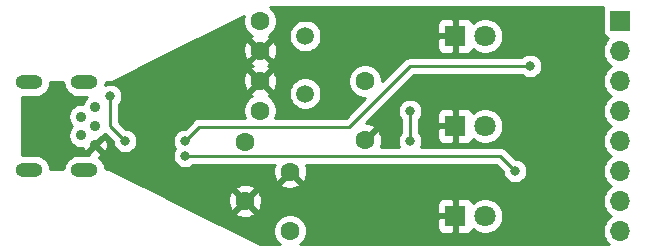
<source format=gbr>
%TF.GenerationSoftware,KiCad,Pcbnew,(5.1.7)-1*%
%TF.CreationDate,2020-12-05T19:57:28+01:00*%
%TF.ProjectId,WiFi-RC-Switch-Programmer,57694669-2d52-4432-9d53-77697463682d,rev?*%
%TF.SameCoordinates,Original*%
%TF.FileFunction,Copper,L2,Bot*%
%TF.FilePolarity,Positive*%
%FSLAX46Y46*%
G04 Gerber Fmt 4.6, Leading zero omitted, Abs format (unit mm)*
G04 Created by KiCad (PCBNEW (5.1.7)-1) date 2020-12-05 19:57:28*
%MOMM*%
%LPD*%
G01*
G04 APERTURE LIST*
%TA.AperFunction,ComponentPad*%
%ADD10C,1.600000*%
%TD*%
%TA.AperFunction,ComponentPad*%
%ADD11R,1.800000X1.800000*%
%TD*%
%TA.AperFunction,ComponentPad*%
%ADD12C,1.800000*%
%TD*%
%TA.AperFunction,ComponentPad*%
%ADD13C,0.900000*%
%TD*%
%TA.AperFunction,ComponentPad*%
%ADD14O,2.300000X1.200000*%
%TD*%
%TA.AperFunction,ComponentPad*%
%ADD15R,1.700000X1.700000*%
%TD*%
%TA.AperFunction,ComponentPad*%
%ADD16O,1.700000X1.700000*%
%TD*%
%TA.AperFunction,ComponentPad*%
%ADD17C,1.500000*%
%TD*%
%TA.AperFunction,ViaPad*%
%ADD18C,0.800000*%
%TD*%
%TA.AperFunction,Conductor*%
%ADD19C,0.250000*%
%TD*%
%TA.AperFunction,Conductor*%
%ADD20C,0.254000*%
%TD*%
%TA.AperFunction,Conductor*%
%ADD21C,0.100000*%
%TD*%
G04 APERTURE END LIST*
D10*
%TO.P,C1,2*%
%TO.N,GND*%
X133350000Y-105490000D03*
%TO.P,C1,1*%
%TO.N,VBUS*%
X133350000Y-110490000D03*
%TD*%
%TO.P,C2,1*%
%TO.N,+3V3*%
X139700000Y-97790000D03*
%TO.P,C2,2*%
%TO.N,GND*%
X139700000Y-102790000D03*
%TD*%
%TO.P,C3,2*%
%TO.N,GND*%
X130810000Y-97790000D03*
%TO.P,C3,1*%
%TO.N,Net-(C3-Pad1)*%
X130810000Y-100290000D03*
%TD*%
%TO.P,C4,1*%
%TO.N,Net-(C4-Pad1)*%
X130810000Y-92710000D03*
%TO.P,C4,2*%
%TO.N,GND*%
X130810000Y-95210000D03*
%TD*%
%TO.P,C5,1*%
%TO.N,Net-(C5-Pad1)*%
X129540000Y-102950000D03*
%TO.P,C5,2*%
%TO.N,GND*%
X129540000Y-107950000D03*
%TD*%
D11*
%TO.P,D1,1*%
%TO.N,GND*%
X147320000Y-93980000D03*
D12*
%TO.P,D1,2*%
%TO.N,Net-(D1-Pad2)*%
X149860000Y-93980000D03*
%TD*%
%TO.P,D2,2*%
%TO.N,Net-(D2-Pad2)*%
X149860000Y-101600000D03*
D11*
%TO.P,D2,1*%
%TO.N,GND*%
X147320000Y-101600000D03*
%TD*%
%TO.P,D3,1*%
%TO.N,GND*%
X147320000Y-109220000D03*
D12*
%TO.P,D3,2*%
%TO.N,Net-(D3-Pad2)*%
X149860000Y-109220000D03*
%TD*%
D13*
%TO.P,J1,3*%
%TO.N,D+*%
X116840000Y-101600000D03*
%TO.P,J1,1*%
%TO.N,VBUS*%
X116840000Y-100000000D03*
%TO.P,J1,2*%
%TO.N,D-*%
X115640000Y-100800000D03*
%TO.P,J1,4*%
%TO.N,Net-(J1-Pad4)*%
X115640000Y-102400000D03*
%TO.P,J1,5*%
%TO.N,GND*%
X116840000Y-103200000D03*
D14*
%TO.P,J1,6*%
%TO.N,Net-(J1-Pad6)*%
X115940000Y-105300000D03*
X115940000Y-97900000D03*
X111240000Y-97900000D03*
X111240000Y-105300000D03*
%TD*%
D15*
%TO.P,J2,1*%
%TO.N,Net-(J2-Pad1)*%
X161290000Y-92710000D03*
D16*
%TO.P,J2,2*%
%TO.N,Net-(J2-Pad2)*%
X161290000Y-95250000D03*
%TO.P,J2,3*%
%TO.N,Net-(J2-Pad3)*%
X161290000Y-97790000D03*
%TO.P,J2,4*%
%TO.N,Net-(J2-Pad4)*%
X161290000Y-100330000D03*
%TO.P,J2,5*%
%TO.N,Net-(J2-Pad5)*%
X161290000Y-102870000D03*
%TO.P,J2,6*%
%TO.N,Net-(J2-Pad6)*%
X161290000Y-105410000D03*
%TO.P,J2,7*%
%TO.N,Net-(J2-Pad7)*%
X161290000Y-107950000D03*
%TO.P,J2,8*%
%TO.N,Net-(J2-Pad8)*%
X161290000Y-110490000D03*
%TD*%
D17*
%TO.P,Y1,1*%
%TO.N,Net-(C4-Pad1)*%
X134620000Y-93980000D03*
%TO.P,Y1,2*%
%TO.N,Net-(C3-Pad1)*%
X134620000Y-98860000D03*
%TD*%
D18*
%TO.N,RTS*%
X153670000Y-96520000D03*
%TO.N,DTR*%
X152400000Y-105410000D03*
%TO.N,RTS*%
X124460000Y-102870000D03*
%TO.N,DTR*%
X124460000Y-104140000D03*
%TO.N,+3V3*%
X143510000Y-100330000D03*
X143510000Y-102870000D03*
%TO.N,VBUS*%
X118110000Y-99060000D03*
X119380000Y-102870000D03*
%TD*%
D19*
%TO.N,VBUS*%
X118110000Y-101600000D02*
X119380000Y-102870000D01*
X118110000Y-99060000D02*
X118110000Y-101600000D01*
%TO.N,+3V3*%
X143510000Y-100330000D02*
X143510000Y-102870000D01*
%TO.N,DTR*%
X151130000Y-104140000D02*
X152400000Y-105410000D01*
X124460000Y-104140000D02*
X151130000Y-104140000D01*
%TO.N,RTS*%
X125665001Y-101664999D02*
X138365001Y-101664999D01*
X124460000Y-102870000D02*
X125665001Y-101664999D01*
X143510000Y-96520000D02*
X153670000Y-96520000D01*
X138365001Y-101664999D02*
X143510000Y-96520000D01*
%TD*%
D20*
%TO.N,GND*%
X159850498Y-91615820D02*
X159814188Y-91735518D01*
X159801928Y-91860000D01*
X159801928Y-93560000D01*
X159814188Y-93684482D01*
X159850498Y-93804180D01*
X159909463Y-93914494D01*
X159988815Y-94011185D01*
X160085506Y-94090537D01*
X160195820Y-94149502D01*
X160268380Y-94171513D01*
X160136525Y-94303368D01*
X159974010Y-94546589D01*
X159862068Y-94816842D01*
X159805000Y-95103740D01*
X159805000Y-95396260D01*
X159862068Y-95683158D01*
X159974010Y-95953411D01*
X160136525Y-96196632D01*
X160343368Y-96403475D01*
X160517760Y-96520000D01*
X160343368Y-96636525D01*
X160136525Y-96843368D01*
X159974010Y-97086589D01*
X159862068Y-97356842D01*
X159805000Y-97643740D01*
X159805000Y-97936260D01*
X159862068Y-98223158D01*
X159974010Y-98493411D01*
X160136525Y-98736632D01*
X160343368Y-98943475D01*
X160517760Y-99060000D01*
X160343368Y-99176525D01*
X160136525Y-99383368D01*
X159974010Y-99626589D01*
X159862068Y-99896842D01*
X159805000Y-100183740D01*
X159805000Y-100476260D01*
X159862068Y-100763158D01*
X159974010Y-101033411D01*
X160136525Y-101276632D01*
X160343368Y-101483475D01*
X160517760Y-101600000D01*
X160343368Y-101716525D01*
X160136525Y-101923368D01*
X159974010Y-102166589D01*
X159862068Y-102436842D01*
X159805000Y-102723740D01*
X159805000Y-103016260D01*
X159862068Y-103303158D01*
X159974010Y-103573411D01*
X160136525Y-103816632D01*
X160343368Y-104023475D01*
X160517760Y-104140000D01*
X160343368Y-104256525D01*
X160136525Y-104463368D01*
X159974010Y-104706589D01*
X159862068Y-104976842D01*
X159805000Y-105263740D01*
X159805000Y-105556260D01*
X159862068Y-105843158D01*
X159974010Y-106113411D01*
X160136525Y-106356632D01*
X160343368Y-106563475D01*
X160517760Y-106680000D01*
X160343368Y-106796525D01*
X160136525Y-107003368D01*
X159974010Y-107246589D01*
X159862068Y-107516842D01*
X159805000Y-107803740D01*
X159805000Y-108096260D01*
X159862068Y-108383158D01*
X159974010Y-108653411D01*
X160136525Y-108896632D01*
X160343368Y-109103475D01*
X160517760Y-109220000D01*
X160343368Y-109336525D01*
X160136525Y-109543368D01*
X159974010Y-109786589D01*
X159862068Y-110056842D01*
X159805000Y-110343740D01*
X159805000Y-110636260D01*
X159862068Y-110923158D01*
X159974010Y-111193411D01*
X160136525Y-111436632D01*
X160332893Y-111633000D01*
X134222311Y-111633000D01*
X134264759Y-111604637D01*
X134464637Y-111404759D01*
X134621680Y-111169727D01*
X134729853Y-110908574D01*
X134785000Y-110631335D01*
X134785000Y-110348665D01*
X134739516Y-110120000D01*
X145781928Y-110120000D01*
X145794188Y-110244482D01*
X145830498Y-110364180D01*
X145889463Y-110474494D01*
X145968815Y-110571185D01*
X146065506Y-110650537D01*
X146175820Y-110709502D01*
X146295518Y-110745812D01*
X146420000Y-110758072D01*
X147034250Y-110755000D01*
X147193000Y-110596250D01*
X147193000Y-109347000D01*
X145943750Y-109347000D01*
X145785000Y-109505750D01*
X145781928Y-110120000D01*
X134739516Y-110120000D01*
X134729853Y-110071426D01*
X134621680Y-109810273D01*
X134464637Y-109575241D01*
X134264759Y-109375363D01*
X134029727Y-109218320D01*
X133768574Y-109110147D01*
X133491335Y-109055000D01*
X133208665Y-109055000D01*
X132931426Y-109110147D01*
X132670273Y-109218320D01*
X132435241Y-109375363D01*
X132235363Y-109575241D01*
X132078320Y-109810273D01*
X131970147Y-110071426D01*
X131915000Y-110348665D01*
X131915000Y-110631335D01*
X131970147Y-110908574D01*
X132078320Y-111169727D01*
X132235363Y-111404759D01*
X132435241Y-111604637D01*
X132477689Y-111633000D01*
X130839980Y-111633000D01*
X125459384Y-108942702D01*
X128726903Y-108942702D01*
X128798486Y-109186671D01*
X129053996Y-109307571D01*
X129328184Y-109376300D01*
X129610512Y-109390217D01*
X129890130Y-109348787D01*
X130156292Y-109253603D01*
X130281514Y-109186671D01*
X130353097Y-108942702D01*
X129540000Y-108129605D01*
X128726903Y-108942702D01*
X125459384Y-108942702D01*
X123615004Y-108020512D01*
X128099783Y-108020512D01*
X128141213Y-108300130D01*
X128236397Y-108566292D01*
X128303329Y-108691514D01*
X128547298Y-108763097D01*
X129360395Y-107950000D01*
X129719605Y-107950000D01*
X130532702Y-108763097D01*
X130776671Y-108691514D01*
X130897571Y-108436004D01*
X130926649Y-108320000D01*
X145781928Y-108320000D01*
X145785000Y-108934250D01*
X145943750Y-109093000D01*
X147193000Y-109093000D01*
X147193000Y-107843750D01*
X147447000Y-107843750D01*
X147447000Y-109093000D01*
X147467000Y-109093000D01*
X147467000Y-109347000D01*
X147447000Y-109347000D01*
X147447000Y-110596250D01*
X147605750Y-110755000D01*
X148220000Y-110758072D01*
X148344482Y-110745812D01*
X148464180Y-110709502D01*
X148574494Y-110650537D01*
X148671185Y-110571185D01*
X148750537Y-110474494D01*
X148809502Y-110364180D01*
X148815056Y-110345873D01*
X148881495Y-110412312D01*
X149132905Y-110580299D01*
X149412257Y-110696011D01*
X149708816Y-110755000D01*
X150011184Y-110755000D01*
X150307743Y-110696011D01*
X150587095Y-110580299D01*
X150838505Y-110412312D01*
X151052312Y-110198505D01*
X151220299Y-109947095D01*
X151336011Y-109667743D01*
X151395000Y-109371184D01*
X151395000Y-109068816D01*
X151336011Y-108772257D01*
X151220299Y-108492905D01*
X151052312Y-108241495D01*
X150838505Y-108027688D01*
X150587095Y-107859701D01*
X150307743Y-107743989D01*
X150011184Y-107685000D01*
X149708816Y-107685000D01*
X149412257Y-107743989D01*
X149132905Y-107859701D01*
X148881495Y-108027688D01*
X148815056Y-108094127D01*
X148809502Y-108075820D01*
X148750537Y-107965506D01*
X148671185Y-107868815D01*
X148574494Y-107789463D01*
X148464180Y-107730498D01*
X148344482Y-107694188D01*
X148220000Y-107681928D01*
X147605750Y-107685000D01*
X147447000Y-107843750D01*
X147193000Y-107843750D01*
X147034250Y-107685000D01*
X146420000Y-107681928D01*
X146295518Y-107694188D01*
X146175820Y-107730498D01*
X146065506Y-107789463D01*
X145968815Y-107868815D01*
X145889463Y-107965506D01*
X145830498Y-108075820D01*
X145794188Y-108195518D01*
X145781928Y-108320000D01*
X130926649Y-108320000D01*
X130966300Y-108161816D01*
X130980217Y-107879488D01*
X130938787Y-107599870D01*
X130843603Y-107333708D01*
X130776671Y-107208486D01*
X130532702Y-107136903D01*
X129719605Y-107950000D01*
X129360395Y-107950000D01*
X128547298Y-107136903D01*
X128303329Y-107208486D01*
X128182429Y-107463996D01*
X128113700Y-107738184D01*
X128099783Y-108020512D01*
X123615004Y-108020512D01*
X121488576Y-106957298D01*
X128726903Y-106957298D01*
X129540000Y-107770395D01*
X130353097Y-106957298D01*
X130281514Y-106713329D01*
X130026004Y-106592429D01*
X129751816Y-106523700D01*
X129469488Y-106509783D01*
X129189870Y-106551213D01*
X128923708Y-106646397D01*
X128798486Y-106713329D01*
X128726903Y-106957298D01*
X121488576Y-106957298D01*
X120539384Y-106482702D01*
X132536903Y-106482702D01*
X132608486Y-106726671D01*
X132863996Y-106847571D01*
X133138184Y-106916300D01*
X133420512Y-106930217D01*
X133700130Y-106888787D01*
X133966292Y-106793603D01*
X134091514Y-106726671D01*
X134163097Y-106482702D01*
X133350000Y-105669605D01*
X132536903Y-106482702D01*
X120539384Y-106482702D01*
X118166796Y-105296408D01*
X118143544Y-105287510D01*
X118110000Y-105283000D01*
X117729301Y-105283000D01*
X117707130Y-105057898D01*
X117636511Y-104825099D01*
X117521833Y-104610551D01*
X117367502Y-104422498D01*
X117179449Y-104268167D01*
X117140573Y-104247387D01*
X117333936Y-104171943D01*
X117373725Y-104150675D01*
X117402717Y-103942322D01*
X116840000Y-103379605D01*
X116277283Y-103942322D01*
X116294353Y-104065000D01*
X115329335Y-104065000D01*
X115147898Y-104082870D01*
X114915099Y-104153489D01*
X114700551Y-104268167D01*
X114512498Y-104422498D01*
X114358167Y-104610551D01*
X114243489Y-104825099D01*
X114172870Y-105057898D01*
X114150699Y-105283000D01*
X113029301Y-105283000D01*
X113007130Y-105057898D01*
X112936511Y-104825099D01*
X112821833Y-104610551D01*
X112667502Y-104422498D01*
X112479449Y-104268167D01*
X112264901Y-104153489D01*
X112032102Y-104082870D01*
X111850665Y-104065000D01*
X110629335Y-104065000D01*
X110617000Y-104066215D01*
X110617000Y-99133785D01*
X110629335Y-99135000D01*
X111850665Y-99135000D01*
X112032102Y-99117130D01*
X112264901Y-99046511D01*
X112479449Y-98931833D01*
X112667502Y-98777502D01*
X112821833Y-98589449D01*
X112936511Y-98374901D01*
X113007130Y-98142102D01*
X113029301Y-97917000D01*
X114150699Y-97917000D01*
X114172870Y-98142102D01*
X114243489Y-98374901D01*
X114358167Y-98589449D01*
X114512498Y-98777502D01*
X114700551Y-98931833D01*
X114915099Y-99046511D01*
X115147898Y-99117130D01*
X115329335Y-99135000D01*
X116181615Y-99135000D01*
X116148353Y-99157225D01*
X115997225Y-99308353D01*
X115878485Y-99486060D01*
X115796696Y-99683517D01*
X115788775Y-99723337D01*
X115746863Y-99715000D01*
X115533137Y-99715000D01*
X115323517Y-99756696D01*
X115126060Y-99838485D01*
X114948353Y-99957225D01*
X114797225Y-100108353D01*
X114678485Y-100286060D01*
X114596696Y-100483517D01*
X114555000Y-100693137D01*
X114555000Y-100906863D01*
X114596696Y-101116483D01*
X114678485Y-101313940D01*
X114797225Y-101491647D01*
X114905578Y-101600000D01*
X114797225Y-101708353D01*
X114678485Y-101886060D01*
X114596696Y-102083517D01*
X114555000Y-102293137D01*
X114555000Y-102506863D01*
X114596696Y-102716483D01*
X114678485Y-102913940D01*
X114797225Y-103091647D01*
X114948353Y-103242775D01*
X115126060Y-103361515D01*
X115323517Y-103443304D01*
X115533137Y-103485000D01*
X115746863Y-103485000D01*
X115787202Y-103476976D01*
X115790371Y-103494828D01*
X115868057Y-103693936D01*
X115889325Y-103733725D01*
X116097678Y-103762717D01*
X116660395Y-103200000D01*
X117019605Y-103200000D01*
X117582322Y-103762717D01*
X117790675Y-103733725D01*
X117876532Y-103538003D01*
X117922556Y-103329290D01*
X117926979Y-103115610D01*
X117889629Y-102905172D01*
X117811943Y-102706064D01*
X117790675Y-102666275D01*
X117582322Y-102637283D01*
X117019605Y-103200000D01*
X116660395Y-103200000D01*
X116646253Y-103185858D01*
X116825858Y-103006253D01*
X116840000Y-103020395D01*
X117259947Y-102600448D01*
X117353940Y-102561515D01*
X117531647Y-102442775D01*
X117682775Y-102291647D01*
X117700427Y-102265228D01*
X118345000Y-102909802D01*
X118345000Y-102971939D01*
X118384774Y-103171898D01*
X118462795Y-103360256D01*
X118576063Y-103529774D01*
X118720226Y-103673937D01*
X118889744Y-103787205D01*
X119078102Y-103865226D01*
X119278061Y-103905000D01*
X119481939Y-103905000D01*
X119681898Y-103865226D01*
X119870256Y-103787205D01*
X120039774Y-103673937D01*
X120183937Y-103529774D01*
X120297205Y-103360256D01*
X120375226Y-103171898D01*
X120415000Y-102971939D01*
X120415000Y-102768061D01*
X123425000Y-102768061D01*
X123425000Y-102971939D01*
X123464774Y-103171898D01*
X123542795Y-103360256D01*
X123639510Y-103505000D01*
X123542795Y-103649744D01*
X123464774Y-103838102D01*
X123425000Y-104038061D01*
X123425000Y-104241939D01*
X123464774Y-104441898D01*
X123542795Y-104630256D01*
X123656063Y-104799774D01*
X123800226Y-104943937D01*
X123969744Y-105057205D01*
X124158102Y-105135226D01*
X124358061Y-105175000D01*
X124561939Y-105175000D01*
X124761898Y-105135226D01*
X124950256Y-105057205D01*
X125119774Y-104943937D01*
X125163711Y-104900000D01*
X132041637Y-104900000D01*
X131992429Y-105003996D01*
X131923700Y-105278184D01*
X131909783Y-105560512D01*
X131951213Y-105840130D01*
X132046397Y-106106292D01*
X132113329Y-106231514D01*
X132357298Y-106303097D01*
X133170395Y-105490000D01*
X133156253Y-105475858D01*
X133335858Y-105296253D01*
X133350000Y-105310395D01*
X133364143Y-105296253D01*
X133543748Y-105475858D01*
X133529605Y-105490000D01*
X134342702Y-106303097D01*
X134586671Y-106231514D01*
X134707571Y-105976004D01*
X134776300Y-105701816D01*
X134790217Y-105419488D01*
X134748787Y-105139870D01*
X134663005Y-104900000D01*
X150815199Y-104900000D01*
X151365000Y-105449802D01*
X151365000Y-105511939D01*
X151404774Y-105711898D01*
X151482795Y-105900256D01*
X151596063Y-106069774D01*
X151740226Y-106213937D01*
X151909744Y-106327205D01*
X152098102Y-106405226D01*
X152298061Y-106445000D01*
X152501939Y-106445000D01*
X152701898Y-106405226D01*
X152890256Y-106327205D01*
X153059774Y-106213937D01*
X153203937Y-106069774D01*
X153317205Y-105900256D01*
X153395226Y-105711898D01*
X153435000Y-105511939D01*
X153435000Y-105308061D01*
X153395226Y-105108102D01*
X153317205Y-104919744D01*
X153203937Y-104750226D01*
X153059774Y-104606063D01*
X152890256Y-104492795D01*
X152701898Y-104414774D01*
X152501939Y-104375000D01*
X152439802Y-104375000D01*
X151693804Y-103629003D01*
X151670001Y-103599999D01*
X151554276Y-103505026D01*
X151422247Y-103434454D01*
X151278986Y-103390997D01*
X151167333Y-103380000D01*
X151167322Y-103380000D01*
X151130000Y-103376324D01*
X151092678Y-103380000D01*
X144414013Y-103380000D01*
X144427205Y-103360256D01*
X144505226Y-103171898D01*
X144545000Y-102971939D01*
X144545000Y-102768061D01*
X144505226Y-102568102D01*
X144477018Y-102500000D01*
X145781928Y-102500000D01*
X145794188Y-102624482D01*
X145830498Y-102744180D01*
X145889463Y-102854494D01*
X145968815Y-102951185D01*
X146065506Y-103030537D01*
X146175820Y-103089502D01*
X146295518Y-103125812D01*
X146420000Y-103138072D01*
X147034250Y-103135000D01*
X147193000Y-102976250D01*
X147193000Y-101727000D01*
X145943750Y-101727000D01*
X145785000Y-101885750D01*
X145781928Y-102500000D01*
X144477018Y-102500000D01*
X144427205Y-102379744D01*
X144313937Y-102210226D01*
X144270000Y-102166289D01*
X144270000Y-101033711D01*
X144313937Y-100989774D01*
X144427205Y-100820256D01*
X144477017Y-100700000D01*
X145781928Y-100700000D01*
X145785000Y-101314250D01*
X145943750Y-101473000D01*
X147193000Y-101473000D01*
X147193000Y-100223750D01*
X147447000Y-100223750D01*
X147447000Y-101473000D01*
X147467000Y-101473000D01*
X147467000Y-101727000D01*
X147447000Y-101727000D01*
X147447000Y-102976250D01*
X147605750Y-103135000D01*
X148220000Y-103138072D01*
X148344482Y-103125812D01*
X148464180Y-103089502D01*
X148574494Y-103030537D01*
X148671185Y-102951185D01*
X148750537Y-102854494D01*
X148809502Y-102744180D01*
X148815056Y-102725873D01*
X148881495Y-102792312D01*
X149132905Y-102960299D01*
X149412257Y-103076011D01*
X149708816Y-103135000D01*
X150011184Y-103135000D01*
X150307743Y-103076011D01*
X150587095Y-102960299D01*
X150838505Y-102792312D01*
X151052312Y-102578505D01*
X151220299Y-102327095D01*
X151336011Y-102047743D01*
X151395000Y-101751184D01*
X151395000Y-101448816D01*
X151336011Y-101152257D01*
X151220299Y-100872905D01*
X151052312Y-100621495D01*
X150838505Y-100407688D01*
X150587095Y-100239701D01*
X150307743Y-100123989D01*
X150011184Y-100065000D01*
X149708816Y-100065000D01*
X149412257Y-100123989D01*
X149132905Y-100239701D01*
X148881495Y-100407688D01*
X148815056Y-100474127D01*
X148809502Y-100455820D01*
X148750537Y-100345506D01*
X148671185Y-100248815D01*
X148574494Y-100169463D01*
X148464180Y-100110498D01*
X148344482Y-100074188D01*
X148220000Y-100061928D01*
X147605750Y-100065000D01*
X147447000Y-100223750D01*
X147193000Y-100223750D01*
X147034250Y-100065000D01*
X146420000Y-100061928D01*
X146295518Y-100074188D01*
X146175820Y-100110498D01*
X146065506Y-100169463D01*
X145968815Y-100248815D01*
X145889463Y-100345506D01*
X145830498Y-100455820D01*
X145794188Y-100575518D01*
X145781928Y-100700000D01*
X144477017Y-100700000D01*
X144505226Y-100631898D01*
X144545000Y-100431939D01*
X144545000Y-100228061D01*
X144505226Y-100028102D01*
X144427205Y-99839744D01*
X144313937Y-99670226D01*
X144169774Y-99526063D01*
X144000256Y-99412795D01*
X143811898Y-99334774D01*
X143611939Y-99295000D01*
X143408061Y-99295000D01*
X143208102Y-99334774D01*
X143019744Y-99412795D01*
X142850226Y-99526063D01*
X142706063Y-99670226D01*
X142592795Y-99839744D01*
X142514774Y-100028102D01*
X142475000Y-100228061D01*
X142475000Y-100431939D01*
X142514774Y-100631898D01*
X142592795Y-100820256D01*
X142706063Y-100989774D01*
X142750000Y-101033711D01*
X142750001Y-102166288D01*
X142706063Y-102210226D01*
X142592795Y-102379744D01*
X142514774Y-102568102D01*
X142475000Y-102768061D01*
X142475000Y-102971939D01*
X142514774Y-103171898D01*
X142592795Y-103360256D01*
X142605987Y-103380000D01*
X141008363Y-103380000D01*
X141057571Y-103276004D01*
X141126300Y-103001816D01*
X141140217Y-102719488D01*
X141098787Y-102439870D01*
X141003603Y-102173708D01*
X140936671Y-102048486D01*
X140692702Y-101976903D01*
X139879605Y-102790000D01*
X139893748Y-102804143D01*
X139714143Y-102983748D01*
X139700000Y-102969605D01*
X139685858Y-102983748D01*
X139506253Y-102804143D01*
X139520395Y-102790000D01*
X139506253Y-102775858D01*
X139685858Y-102596253D01*
X139700000Y-102610395D01*
X140513097Y-101797298D01*
X140441514Y-101553329D01*
X140186004Y-101432429D01*
X139911816Y-101363700D01*
X139749121Y-101355680D01*
X143824802Y-97280000D01*
X152966289Y-97280000D01*
X153010226Y-97323937D01*
X153179744Y-97437205D01*
X153368102Y-97515226D01*
X153568061Y-97555000D01*
X153771939Y-97555000D01*
X153971898Y-97515226D01*
X154160256Y-97437205D01*
X154329774Y-97323937D01*
X154473937Y-97179774D01*
X154587205Y-97010256D01*
X154665226Y-96821898D01*
X154705000Y-96621939D01*
X154705000Y-96418061D01*
X154665226Y-96218102D01*
X154587205Y-96029744D01*
X154473937Y-95860226D01*
X154329774Y-95716063D01*
X154160256Y-95602795D01*
X153971898Y-95524774D01*
X153771939Y-95485000D01*
X153568061Y-95485000D01*
X153368102Y-95524774D01*
X153179744Y-95602795D01*
X153010226Y-95716063D01*
X152966289Y-95760000D01*
X143547322Y-95760000D01*
X143509999Y-95756324D01*
X143472676Y-95760000D01*
X143472667Y-95760000D01*
X143361014Y-95770997D01*
X143217753Y-95814454D01*
X143085724Y-95885026D01*
X142969999Y-95979999D01*
X142946201Y-96008997D01*
X141135000Y-97820198D01*
X141135000Y-97648665D01*
X141079853Y-97371426D01*
X140971680Y-97110273D01*
X140814637Y-96875241D01*
X140614759Y-96675363D01*
X140379727Y-96518320D01*
X140118574Y-96410147D01*
X139841335Y-96355000D01*
X139558665Y-96355000D01*
X139281426Y-96410147D01*
X139020273Y-96518320D01*
X138785241Y-96675363D01*
X138585363Y-96875241D01*
X138428320Y-97110273D01*
X138320147Y-97371426D01*
X138265000Y-97648665D01*
X138265000Y-97931335D01*
X138320147Y-98208574D01*
X138428320Y-98469727D01*
X138585363Y-98704759D01*
X138785241Y-98904637D01*
X139020273Y-99061680D01*
X139281426Y-99169853D01*
X139558665Y-99225000D01*
X139730199Y-99225000D01*
X138050200Y-100904999D01*
X132108491Y-100904999D01*
X132189853Y-100708574D01*
X132245000Y-100431335D01*
X132245000Y-100148665D01*
X132189853Y-99871426D01*
X132081680Y-99610273D01*
X131924637Y-99375241D01*
X131724759Y-99175363D01*
X131524131Y-99041308D01*
X131551514Y-99026671D01*
X131623097Y-98782702D01*
X131563984Y-98723589D01*
X133235000Y-98723589D01*
X133235000Y-98996411D01*
X133288225Y-99263989D01*
X133392629Y-99516043D01*
X133544201Y-99742886D01*
X133737114Y-99935799D01*
X133963957Y-100087371D01*
X134216011Y-100191775D01*
X134483589Y-100245000D01*
X134756411Y-100245000D01*
X135023989Y-100191775D01*
X135276043Y-100087371D01*
X135502886Y-99935799D01*
X135695799Y-99742886D01*
X135847371Y-99516043D01*
X135951775Y-99263989D01*
X136005000Y-98996411D01*
X136005000Y-98723589D01*
X135951775Y-98456011D01*
X135847371Y-98203957D01*
X135695799Y-97977114D01*
X135502886Y-97784201D01*
X135276043Y-97632629D01*
X135023989Y-97528225D01*
X134756411Y-97475000D01*
X134483589Y-97475000D01*
X134216011Y-97528225D01*
X133963957Y-97632629D01*
X133737114Y-97784201D01*
X133544201Y-97977114D01*
X133392629Y-98203957D01*
X133288225Y-98456011D01*
X133235000Y-98723589D01*
X131563984Y-98723589D01*
X130810000Y-97969605D01*
X129996903Y-98782702D01*
X130068486Y-99026671D01*
X130097341Y-99040324D01*
X129895241Y-99175363D01*
X129695363Y-99375241D01*
X129538320Y-99610273D01*
X129430147Y-99871426D01*
X129375000Y-100148665D01*
X129375000Y-100431335D01*
X129430147Y-100708574D01*
X129511509Y-100904999D01*
X125702326Y-100904999D01*
X125665001Y-100901323D01*
X125627676Y-100904999D01*
X125627668Y-100904999D01*
X125516015Y-100915996D01*
X125372754Y-100959453D01*
X125240725Y-101030025D01*
X125125000Y-101124998D01*
X125101202Y-101153996D01*
X124420199Y-101835000D01*
X124358061Y-101835000D01*
X124158102Y-101874774D01*
X123969744Y-101952795D01*
X123800226Y-102066063D01*
X123656063Y-102210226D01*
X123542795Y-102379744D01*
X123464774Y-102568102D01*
X123425000Y-102768061D01*
X120415000Y-102768061D01*
X120375226Y-102568102D01*
X120297205Y-102379744D01*
X120183937Y-102210226D01*
X120039774Y-102066063D01*
X119870256Y-101952795D01*
X119681898Y-101874774D01*
X119481939Y-101835000D01*
X119419802Y-101835000D01*
X118870000Y-101285199D01*
X118870000Y-99763711D01*
X118913937Y-99719774D01*
X119027205Y-99550256D01*
X119105226Y-99361898D01*
X119145000Y-99161939D01*
X119145000Y-98958061D01*
X119105226Y-98758102D01*
X119027205Y-98569744D01*
X118913937Y-98400226D01*
X118769774Y-98256063D01*
X118600256Y-98142795D01*
X118411898Y-98064774D01*
X118211939Y-98025000D01*
X118008061Y-98025000D01*
X117808102Y-98064774D01*
X117710776Y-98105088D01*
X117729301Y-97917000D01*
X118110000Y-97917000D01*
X118134776Y-97914560D01*
X118166796Y-97903592D01*
X118252956Y-97860512D01*
X129369783Y-97860512D01*
X129411213Y-98140130D01*
X129506397Y-98406292D01*
X129573329Y-98531514D01*
X129817298Y-98603097D01*
X130630395Y-97790000D01*
X130989605Y-97790000D01*
X131802702Y-98603097D01*
X132046671Y-98531514D01*
X132167571Y-98276004D01*
X132236300Y-98001816D01*
X132250217Y-97719488D01*
X132208787Y-97439870D01*
X132113603Y-97173708D01*
X132046671Y-97048486D01*
X131802702Y-96976903D01*
X130989605Y-97790000D01*
X130630395Y-97790000D01*
X129817298Y-96976903D01*
X129573329Y-97048486D01*
X129452429Y-97303996D01*
X129383700Y-97578184D01*
X129369783Y-97860512D01*
X118252956Y-97860512D01*
X121568576Y-96202702D01*
X129996903Y-96202702D01*
X130068486Y-96446671D01*
X130174331Y-96496754D01*
X130068486Y-96553329D01*
X129996903Y-96797298D01*
X130810000Y-97610395D01*
X131623097Y-96797298D01*
X131551514Y-96553329D01*
X131445669Y-96503246D01*
X131551514Y-96446671D01*
X131623097Y-96202702D01*
X130810000Y-95389605D01*
X129996903Y-96202702D01*
X121568576Y-96202702D01*
X123412956Y-95280512D01*
X129369783Y-95280512D01*
X129411213Y-95560130D01*
X129506397Y-95826292D01*
X129573329Y-95951514D01*
X129817298Y-96023097D01*
X130630395Y-95210000D01*
X130989605Y-95210000D01*
X131802702Y-96023097D01*
X132046671Y-95951514D01*
X132167571Y-95696004D01*
X132236300Y-95421816D01*
X132250217Y-95139488D01*
X132208787Y-94859870D01*
X132113603Y-94593708D01*
X132046671Y-94468486D01*
X131802702Y-94396903D01*
X130989605Y-95210000D01*
X130630395Y-95210000D01*
X129817298Y-94396903D01*
X129573329Y-94468486D01*
X129452429Y-94723996D01*
X129383700Y-94998184D01*
X129369783Y-95280512D01*
X123412956Y-95280512D01*
X129440339Y-92266821D01*
X129430147Y-92291426D01*
X129375000Y-92568665D01*
X129375000Y-92851335D01*
X129430147Y-93128574D01*
X129538320Y-93389727D01*
X129695363Y-93624759D01*
X129895241Y-93824637D01*
X130095869Y-93958692D01*
X130068486Y-93973329D01*
X129996903Y-94217298D01*
X130810000Y-95030395D01*
X131623097Y-94217298D01*
X131551514Y-93973329D01*
X131522659Y-93959676D01*
X131696395Y-93843589D01*
X133235000Y-93843589D01*
X133235000Y-94116411D01*
X133288225Y-94383989D01*
X133392629Y-94636043D01*
X133544201Y-94862886D01*
X133737114Y-95055799D01*
X133963957Y-95207371D01*
X134216011Y-95311775D01*
X134483589Y-95365000D01*
X134756411Y-95365000D01*
X135023989Y-95311775D01*
X135276043Y-95207371D01*
X135502886Y-95055799D01*
X135678685Y-94880000D01*
X145781928Y-94880000D01*
X145794188Y-95004482D01*
X145830498Y-95124180D01*
X145889463Y-95234494D01*
X145968815Y-95331185D01*
X146065506Y-95410537D01*
X146175820Y-95469502D01*
X146295518Y-95505812D01*
X146420000Y-95518072D01*
X147034250Y-95515000D01*
X147193000Y-95356250D01*
X147193000Y-94107000D01*
X145943750Y-94107000D01*
X145785000Y-94265750D01*
X145781928Y-94880000D01*
X135678685Y-94880000D01*
X135695799Y-94862886D01*
X135847371Y-94636043D01*
X135951775Y-94383989D01*
X136005000Y-94116411D01*
X136005000Y-93843589D01*
X135951775Y-93576011D01*
X135847371Y-93323957D01*
X135695799Y-93097114D01*
X135678685Y-93080000D01*
X145781928Y-93080000D01*
X145785000Y-93694250D01*
X145943750Y-93853000D01*
X147193000Y-93853000D01*
X147193000Y-92603750D01*
X147447000Y-92603750D01*
X147447000Y-93853000D01*
X147467000Y-93853000D01*
X147467000Y-94107000D01*
X147447000Y-94107000D01*
X147447000Y-95356250D01*
X147605750Y-95515000D01*
X148220000Y-95518072D01*
X148344482Y-95505812D01*
X148464180Y-95469502D01*
X148574494Y-95410537D01*
X148671185Y-95331185D01*
X148750537Y-95234494D01*
X148809502Y-95124180D01*
X148815056Y-95105873D01*
X148881495Y-95172312D01*
X149132905Y-95340299D01*
X149412257Y-95456011D01*
X149708816Y-95515000D01*
X150011184Y-95515000D01*
X150307743Y-95456011D01*
X150587095Y-95340299D01*
X150838505Y-95172312D01*
X151052312Y-94958505D01*
X151220299Y-94707095D01*
X151336011Y-94427743D01*
X151395000Y-94131184D01*
X151395000Y-93828816D01*
X151336011Y-93532257D01*
X151220299Y-93252905D01*
X151052312Y-93001495D01*
X150838505Y-92787688D01*
X150587095Y-92619701D01*
X150307743Y-92503989D01*
X150011184Y-92445000D01*
X149708816Y-92445000D01*
X149412257Y-92503989D01*
X149132905Y-92619701D01*
X148881495Y-92787688D01*
X148815056Y-92854127D01*
X148809502Y-92835820D01*
X148750537Y-92725506D01*
X148671185Y-92628815D01*
X148574494Y-92549463D01*
X148464180Y-92490498D01*
X148344482Y-92454188D01*
X148220000Y-92441928D01*
X147605750Y-92445000D01*
X147447000Y-92603750D01*
X147193000Y-92603750D01*
X147034250Y-92445000D01*
X146420000Y-92441928D01*
X146295518Y-92454188D01*
X146175820Y-92490498D01*
X146065506Y-92549463D01*
X145968815Y-92628815D01*
X145889463Y-92725506D01*
X145830498Y-92835820D01*
X145794188Y-92955518D01*
X145781928Y-93080000D01*
X135678685Y-93080000D01*
X135502886Y-92904201D01*
X135276043Y-92752629D01*
X135023989Y-92648225D01*
X134756411Y-92595000D01*
X134483589Y-92595000D01*
X134216011Y-92648225D01*
X133963957Y-92752629D01*
X133737114Y-92904201D01*
X133544201Y-93097114D01*
X133392629Y-93323957D01*
X133288225Y-93576011D01*
X133235000Y-93843589D01*
X131696395Y-93843589D01*
X131724759Y-93824637D01*
X131924637Y-93624759D01*
X132081680Y-93389727D01*
X132189853Y-93128574D01*
X132245000Y-92851335D01*
X132245000Y-92568665D01*
X132189853Y-92291426D01*
X132081680Y-92030273D01*
X131924637Y-91795241D01*
X131724759Y-91595363D01*
X131682311Y-91567000D01*
X159876593Y-91567000D01*
X159850498Y-91615820D01*
%TA.AperFunction,Conductor*%
D21*
G36*
X159850498Y-91615820D02*
G01*
X159814188Y-91735518D01*
X159801928Y-91860000D01*
X159801928Y-93560000D01*
X159814188Y-93684482D01*
X159850498Y-93804180D01*
X159909463Y-93914494D01*
X159988815Y-94011185D01*
X160085506Y-94090537D01*
X160195820Y-94149502D01*
X160268380Y-94171513D01*
X160136525Y-94303368D01*
X159974010Y-94546589D01*
X159862068Y-94816842D01*
X159805000Y-95103740D01*
X159805000Y-95396260D01*
X159862068Y-95683158D01*
X159974010Y-95953411D01*
X160136525Y-96196632D01*
X160343368Y-96403475D01*
X160517760Y-96520000D01*
X160343368Y-96636525D01*
X160136525Y-96843368D01*
X159974010Y-97086589D01*
X159862068Y-97356842D01*
X159805000Y-97643740D01*
X159805000Y-97936260D01*
X159862068Y-98223158D01*
X159974010Y-98493411D01*
X160136525Y-98736632D01*
X160343368Y-98943475D01*
X160517760Y-99060000D01*
X160343368Y-99176525D01*
X160136525Y-99383368D01*
X159974010Y-99626589D01*
X159862068Y-99896842D01*
X159805000Y-100183740D01*
X159805000Y-100476260D01*
X159862068Y-100763158D01*
X159974010Y-101033411D01*
X160136525Y-101276632D01*
X160343368Y-101483475D01*
X160517760Y-101600000D01*
X160343368Y-101716525D01*
X160136525Y-101923368D01*
X159974010Y-102166589D01*
X159862068Y-102436842D01*
X159805000Y-102723740D01*
X159805000Y-103016260D01*
X159862068Y-103303158D01*
X159974010Y-103573411D01*
X160136525Y-103816632D01*
X160343368Y-104023475D01*
X160517760Y-104140000D01*
X160343368Y-104256525D01*
X160136525Y-104463368D01*
X159974010Y-104706589D01*
X159862068Y-104976842D01*
X159805000Y-105263740D01*
X159805000Y-105556260D01*
X159862068Y-105843158D01*
X159974010Y-106113411D01*
X160136525Y-106356632D01*
X160343368Y-106563475D01*
X160517760Y-106680000D01*
X160343368Y-106796525D01*
X160136525Y-107003368D01*
X159974010Y-107246589D01*
X159862068Y-107516842D01*
X159805000Y-107803740D01*
X159805000Y-108096260D01*
X159862068Y-108383158D01*
X159974010Y-108653411D01*
X160136525Y-108896632D01*
X160343368Y-109103475D01*
X160517760Y-109220000D01*
X160343368Y-109336525D01*
X160136525Y-109543368D01*
X159974010Y-109786589D01*
X159862068Y-110056842D01*
X159805000Y-110343740D01*
X159805000Y-110636260D01*
X159862068Y-110923158D01*
X159974010Y-111193411D01*
X160136525Y-111436632D01*
X160332893Y-111633000D01*
X134222311Y-111633000D01*
X134264759Y-111604637D01*
X134464637Y-111404759D01*
X134621680Y-111169727D01*
X134729853Y-110908574D01*
X134785000Y-110631335D01*
X134785000Y-110348665D01*
X134739516Y-110120000D01*
X145781928Y-110120000D01*
X145794188Y-110244482D01*
X145830498Y-110364180D01*
X145889463Y-110474494D01*
X145968815Y-110571185D01*
X146065506Y-110650537D01*
X146175820Y-110709502D01*
X146295518Y-110745812D01*
X146420000Y-110758072D01*
X147034250Y-110755000D01*
X147193000Y-110596250D01*
X147193000Y-109347000D01*
X145943750Y-109347000D01*
X145785000Y-109505750D01*
X145781928Y-110120000D01*
X134739516Y-110120000D01*
X134729853Y-110071426D01*
X134621680Y-109810273D01*
X134464637Y-109575241D01*
X134264759Y-109375363D01*
X134029727Y-109218320D01*
X133768574Y-109110147D01*
X133491335Y-109055000D01*
X133208665Y-109055000D01*
X132931426Y-109110147D01*
X132670273Y-109218320D01*
X132435241Y-109375363D01*
X132235363Y-109575241D01*
X132078320Y-109810273D01*
X131970147Y-110071426D01*
X131915000Y-110348665D01*
X131915000Y-110631335D01*
X131970147Y-110908574D01*
X132078320Y-111169727D01*
X132235363Y-111404759D01*
X132435241Y-111604637D01*
X132477689Y-111633000D01*
X130839980Y-111633000D01*
X125459384Y-108942702D01*
X128726903Y-108942702D01*
X128798486Y-109186671D01*
X129053996Y-109307571D01*
X129328184Y-109376300D01*
X129610512Y-109390217D01*
X129890130Y-109348787D01*
X130156292Y-109253603D01*
X130281514Y-109186671D01*
X130353097Y-108942702D01*
X129540000Y-108129605D01*
X128726903Y-108942702D01*
X125459384Y-108942702D01*
X123615004Y-108020512D01*
X128099783Y-108020512D01*
X128141213Y-108300130D01*
X128236397Y-108566292D01*
X128303329Y-108691514D01*
X128547298Y-108763097D01*
X129360395Y-107950000D01*
X129719605Y-107950000D01*
X130532702Y-108763097D01*
X130776671Y-108691514D01*
X130897571Y-108436004D01*
X130926649Y-108320000D01*
X145781928Y-108320000D01*
X145785000Y-108934250D01*
X145943750Y-109093000D01*
X147193000Y-109093000D01*
X147193000Y-107843750D01*
X147447000Y-107843750D01*
X147447000Y-109093000D01*
X147467000Y-109093000D01*
X147467000Y-109347000D01*
X147447000Y-109347000D01*
X147447000Y-110596250D01*
X147605750Y-110755000D01*
X148220000Y-110758072D01*
X148344482Y-110745812D01*
X148464180Y-110709502D01*
X148574494Y-110650537D01*
X148671185Y-110571185D01*
X148750537Y-110474494D01*
X148809502Y-110364180D01*
X148815056Y-110345873D01*
X148881495Y-110412312D01*
X149132905Y-110580299D01*
X149412257Y-110696011D01*
X149708816Y-110755000D01*
X150011184Y-110755000D01*
X150307743Y-110696011D01*
X150587095Y-110580299D01*
X150838505Y-110412312D01*
X151052312Y-110198505D01*
X151220299Y-109947095D01*
X151336011Y-109667743D01*
X151395000Y-109371184D01*
X151395000Y-109068816D01*
X151336011Y-108772257D01*
X151220299Y-108492905D01*
X151052312Y-108241495D01*
X150838505Y-108027688D01*
X150587095Y-107859701D01*
X150307743Y-107743989D01*
X150011184Y-107685000D01*
X149708816Y-107685000D01*
X149412257Y-107743989D01*
X149132905Y-107859701D01*
X148881495Y-108027688D01*
X148815056Y-108094127D01*
X148809502Y-108075820D01*
X148750537Y-107965506D01*
X148671185Y-107868815D01*
X148574494Y-107789463D01*
X148464180Y-107730498D01*
X148344482Y-107694188D01*
X148220000Y-107681928D01*
X147605750Y-107685000D01*
X147447000Y-107843750D01*
X147193000Y-107843750D01*
X147034250Y-107685000D01*
X146420000Y-107681928D01*
X146295518Y-107694188D01*
X146175820Y-107730498D01*
X146065506Y-107789463D01*
X145968815Y-107868815D01*
X145889463Y-107965506D01*
X145830498Y-108075820D01*
X145794188Y-108195518D01*
X145781928Y-108320000D01*
X130926649Y-108320000D01*
X130966300Y-108161816D01*
X130980217Y-107879488D01*
X130938787Y-107599870D01*
X130843603Y-107333708D01*
X130776671Y-107208486D01*
X130532702Y-107136903D01*
X129719605Y-107950000D01*
X129360395Y-107950000D01*
X128547298Y-107136903D01*
X128303329Y-107208486D01*
X128182429Y-107463996D01*
X128113700Y-107738184D01*
X128099783Y-108020512D01*
X123615004Y-108020512D01*
X121488576Y-106957298D01*
X128726903Y-106957298D01*
X129540000Y-107770395D01*
X130353097Y-106957298D01*
X130281514Y-106713329D01*
X130026004Y-106592429D01*
X129751816Y-106523700D01*
X129469488Y-106509783D01*
X129189870Y-106551213D01*
X128923708Y-106646397D01*
X128798486Y-106713329D01*
X128726903Y-106957298D01*
X121488576Y-106957298D01*
X120539384Y-106482702D01*
X132536903Y-106482702D01*
X132608486Y-106726671D01*
X132863996Y-106847571D01*
X133138184Y-106916300D01*
X133420512Y-106930217D01*
X133700130Y-106888787D01*
X133966292Y-106793603D01*
X134091514Y-106726671D01*
X134163097Y-106482702D01*
X133350000Y-105669605D01*
X132536903Y-106482702D01*
X120539384Y-106482702D01*
X118166796Y-105296408D01*
X118143544Y-105287510D01*
X118110000Y-105283000D01*
X117729301Y-105283000D01*
X117707130Y-105057898D01*
X117636511Y-104825099D01*
X117521833Y-104610551D01*
X117367502Y-104422498D01*
X117179449Y-104268167D01*
X117140573Y-104247387D01*
X117333936Y-104171943D01*
X117373725Y-104150675D01*
X117402717Y-103942322D01*
X116840000Y-103379605D01*
X116277283Y-103942322D01*
X116294353Y-104065000D01*
X115329335Y-104065000D01*
X115147898Y-104082870D01*
X114915099Y-104153489D01*
X114700551Y-104268167D01*
X114512498Y-104422498D01*
X114358167Y-104610551D01*
X114243489Y-104825099D01*
X114172870Y-105057898D01*
X114150699Y-105283000D01*
X113029301Y-105283000D01*
X113007130Y-105057898D01*
X112936511Y-104825099D01*
X112821833Y-104610551D01*
X112667502Y-104422498D01*
X112479449Y-104268167D01*
X112264901Y-104153489D01*
X112032102Y-104082870D01*
X111850665Y-104065000D01*
X110629335Y-104065000D01*
X110617000Y-104066215D01*
X110617000Y-99133785D01*
X110629335Y-99135000D01*
X111850665Y-99135000D01*
X112032102Y-99117130D01*
X112264901Y-99046511D01*
X112479449Y-98931833D01*
X112667502Y-98777502D01*
X112821833Y-98589449D01*
X112936511Y-98374901D01*
X113007130Y-98142102D01*
X113029301Y-97917000D01*
X114150699Y-97917000D01*
X114172870Y-98142102D01*
X114243489Y-98374901D01*
X114358167Y-98589449D01*
X114512498Y-98777502D01*
X114700551Y-98931833D01*
X114915099Y-99046511D01*
X115147898Y-99117130D01*
X115329335Y-99135000D01*
X116181615Y-99135000D01*
X116148353Y-99157225D01*
X115997225Y-99308353D01*
X115878485Y-99486060D01*
X115796696Y-99683517D01*
X115788775Y-99723337D01*
X115746863Y-99715000D01*
X115533137Y-99715000D01*
X115323517Y-99756696D01*
X115126060Y-99838485D01*
X114948353Y-99957225D01*
X114797225Y-100108353D01*
X114678485Y-100286060D01*
X114596696Y-100483517D01*
X114555000Y-100693137D01*
X114555000Y-100906863D01*
X114596696Y-101116483D01*
X114678485Y-101313940D01*
X114797225Y-101491647D01*
X114905578Y-101600000D01*
X114797225Y-101708353D01*
X114678485Y-101886060D01*
X114596696Y-102083517D01*
X114555000Y-102293137D01*
X114555000Y-102506863D01*
X114596696Y-102716483D01*
X114678485Y-102913940D01*
X114797225Y-103091647D01*
X114948353Y-103242775D01*
X115126060Y-103361515D01*
X115323517Y-103443304D01*
X115533137Y-103485000D01*
X115746863Y-103485000D01*
X115787202Y-103476976D01*
X115790371Y-103494828D01*
X115868057Y-103693936D01*
X115889325Y-103733725D01*
X116097678Y-103762717D01*
X116660395Y-103200000D01*
X117019605Y-103200000D01*
X117582322Y-103762717D01*
X117790675Y-103733725D01*
X117876532Y-103538003D01*
X117922556Y-103329290D01*
X117926979Y-103115610D01*
X117889629Y-102905172D01*
X117811943Y-102706064D01*
X117790675Y-102666275D01*
X117582322Y-102637283D01*
X117019605Y-103200000D01*
X116660395Y-103200000D01*
X116646253Y-103185858D01*
X116825858Y-103006253D01*
X116840000Y-103020395D01*
X117259947Y-102600448D01*
X117353940Y-102561515D01*
X117531647Y-102442775D01*
X117682775Y-102291647D01*
X117700427Y-102265228D01*
X118345000Y-102909802D01*
X118345000Y-102971939D01*
X118384774Y-103171898D01*
X118462795Y-103360256D01*
X118576063Y-103529774D01*
X118720226Y-103673937D01*
X118889744Y-103787205D01*
X119078102Y-103865226D01*
X119278061Y-103905000D01*
X119481939Y-103905000D01*
X119681898Y-103865226D01*
X119870256Y-103787205D01*
X120039774Y-103673937D01*
X120183937Y-103529774D01*
X120297205Y-103360256D01*
X120375226Y-103171898D01*
X120415000Y-102971939D01*
X120415000Y-102768061D01*
X123425000Y-102768061D01*
X123425000Y-102971939D01*
X123464774Y-103171898D01*
X123542795Y-103360256D01*
X123639510Y-103505000D01*
X123542795Y-103649744D01*
X123464774Y-103838102D01*
X123425000Y-104038061D01*
X123425000Y-104241939D01*
X123464774Y-104441898D01*
X123542795Y-104630256D01*
X123656063Y-104799774D01*
X123800226Y-104943937D01*
X123969744Y-105057205D01*
X124158102Y-105135226D01*
X124358061Y-105175000D01*
X124561939Y-105175000D01*
X124761898Y-105135226D01*
X124950256Y-105057205D01*
X125119774Y-104943937D01*
X125163711Y-104900000D01*
X132041637Y-104900000D01*
X131992429Y-105003996D01*
X131923700Y-105278184D01*
X131909783Y-105560512D01*
X131951213Y-105840130D01*
X132046397Y-106106292D01*
X132113329Y-106231514D01*
X132357298Y-106303097D01*
X133170395Y-105490000D01*
X133156253Y-105475858D01*
X133335858Y-105296253D01*
X133350000Y-105310395D01*
X133364143Y-105296253D01*
X133543748Y-105475858D01*
X133529605Y-105490000D01*
X134342702Y-106303097D01*
X134586671Y-106231514D01*
X134707571Y-105976004D01*
X134776300Y-105701816D01*
X134790217Y-105419488D01*
X134748787Y-105139870D01*
X134663005Y-104900000D01*
X150815199Y-104900000D01*
X151365000Y-105449802D01*
X151365000Y-105511939D01*
X151404774Y-105711898D01*
X151482795Y-105900256D01*
X151596063Y-106069774D01*
X151740226Y-106213937D01*
X151909744Y-106327205D01*
X152098102Y-106405226D01*
X152298061Y-106445000D01*
X152501939Y-106445000D01*
X152701898Y-106405226D01*
X152890256Y-106327205D01*
X153059774Y-106213937D01*
X153203937Y-106069774D01*
X153317205Y-105900256D01*
X153395226Y-105711898D01*
X153435000Y-105511939D01*
X153435000Y-105308061D01*
X153395226Y-105108102D01*
X153317205Y-104919744D01*
X153203937Y-104750226D01*
X153059774Y-104606063D01*
X152890256Y-104492795D01*
X152701898Y-104414774D01*
X152501939Y-104375000D01*
X152439802Y-104375000D01*
X151693804Y-103629003D01*
X151670001Y-103599999D01*
X151554276Y-103505026D01*
X151422247Y-103434454D01*
X151278986Y-103390997D01*
X151167333Y-103380000D01*
X151167322Y-103380000D01*
X151130000Y-103376324D01*
X151092678Y-103380000D01*
X144414013Y-103380000D01*
X144427205Y-103360256D01*
X144505226Y-103171898D01*
X144545000Y-102971939D01*
X144545000Y-102768061D01*
X144505226Y-102568102D01*
X144477018Y-102500000D01*
X145781928Y-102500000D01*
X145794188Y-102624482D01*
X145830498Y-102744180D01*
X145889463Y-102854494D01*
X145968815Y-102951185D01*
X146065506Y-103030537D01*
X146175820Y-103089502D01*
X146295518Y-103125812D01*
X146420000Y-103138072D01*
X147034250Y-103135000D01*
X147193000Y-102976250D01*
X147193000Y-101727000D01*
X145943750Y-101727000D01*
X145785000Y-101885750D01*
X145781928Y-102500000D01*
X144477018Y-102500000D01*
X144427205Y-102379744D01*
X144313937Y-102210226D01*
X144270000Y-102166289D01*
X144270000Y-101033711D01*
X144313937Y-100989774D01*
X144427205Y-100820256D01*
X144477017Y-100700000D01*
X145781928Y-100700000D01*
X145785000Y-101314250D01*
X145943750Y-101473000D01*
X147193000Y-101473000D01*
X147193000Y-100223750D01*
X147447000Y-100223750D01*
X147447000Y-101473000D01*
X147467000Y-101473000D01*
X147467000Y-101727000D01*
X147447000Y-101727000D01*
X147447000Y-102976250D01*
X147605750Y-103135000D01*
X148220000Y-103138072D01*
X148344482Y-103125812D01*
X148464180Y-103089502D01*
X148574494Y-103030537D01*
X148671185Y-102951185D01*
X148750537Y-102854494D01*
X148809502Y-102744180D01*
X148815056Y-102725873D01*
X148881495Y-102792312D01*
X149132905Y-102960299D01*
X149412257Y-103076011D01*
X149708816Y-103135000D01*
X150011184Y-103135000D01*
X150307743Y-103076011D01*
X150587095Y-102960299D01*
X150838505Y-102792312D01*
X151052312Y-102578505D01*
X151220299Y-102327095D01*
X151336011Y-102047743D01*
X151395000Y-101751184D01*
X151395000Y-101448816D01*
X151336011Y-101152257D01*
X151220299Y-100872905D01*
X151052312Y-100621495D01*
X150838505Y-100407688D01*
X150587095Y-100239701D01*
X150307743Y-100123989D01*
X150011184Y-100065000D01*
X149708816Y-100065000D01*
X149412257Y-100123989D01*
X149132905Y-100239701D01*
X148881495Y-100407688D01*
X148815056Y-100474127D01*
X148809502Y-100455820D01*
X148750537Y-100345506D01*
X148671185Y-100248815D01*
X148574494Y-100169463D01*
X148464180Y-100110498D01*
X148344482Y-100074188D01*
X148220000Y-100061928D01*
X147605750Y-100065000D01*
X147447000Y-100223750D01*
X147193000Y-100223750D01*
X147034250Y-100065000D01*
X146420000Y-100061928D01*
X146295518Y-100074188D01*
X146175820Y-100110498D01*
X146065506Y-100169463D01*
X145968815Y-100248815D01*
X145889463Y-100345506D01*
X145830498Y-100455820D01*
X145794188Y-100575518D01*
X145781928Y-100700000D01*
X144477017Y-100700000D01*
X144505226Y-100631898D01*
X144545000Y-100431939D01*
X144545000Y-100228061D01*
X144505226Y-100028102D01*
X144427205Y-99839744D01*
X144313937Y-99670226D01*
X144169774Y-99526063D01*
X144000256Y-99412795D01*
X143811898Y-99334774D01*
X143611939Y-99295000D01*
X143408061Y-99295000D01*
X143208102Y-99334774D01*
X143019744Y-99412795D01*
X142850226Y-99526063D01*
X142706063Y-99670226D01*
X142592795Y-99839744D01*
X142514774Y-100028102D01*
X142475000Y-100228061D01*
X142475000Y-100431939D01*
X142514774Y-100631898D01*
X142592795Y-100820256D01*
X142706063Y-100989774D01*
X142750000Y-101033711D01*
X142750001Y-102166288D01*
X142706063Y-102210226D01*
X142592795Y-102379744D01*
X142514774Y-102568102D01*
X142475000Y-102768061D01*
X142475000Y-102971939D01*
X142514774Y-103171898D01*
X142592795Y-103360256D01*
X142605987Y-103380000D01*
X141008363Y-103380000D01*
X141057571Y-103276004D01*
X141126300Y-103001816D01*
X141140217Y-102719488D01*
X141098787Y-102439870D01*
X141003603Y-102173708D01*
X140936671Y-102048486D01*
X140692702Y-101976903D01*
X139879605Y-102790000D01*
X139893748Y-102804143D01*
X139714143Y-102983748D01*
X139700000Y-102969605D01*
X139685858Y-102983748D01*
X139506253Y-102804143D01*
X139520395Y-102790000D01*
X139506253Y-102775858D01*
X139685858Y-102596253D01*
X139700000Y-102610395D01*
X140513097Y-101797298D01*
X140441514Y-101553329D01*
X140186004Y-101432429D01*
X139911816Y-101363700D01*
X139749121Y-101355680D01*
X143824802Y-97280000D01*
X152966289Y-97280000D01*
X153010226Y-97323937D01*
X153179744Y-97437205D01*
X153368102Y-97515226D01*
X153568061Y-97555000D01*
X153771939Y-97555000D01*
X153971898Y-97515226D01*
X154160256Y-97437205D01*
X154329774Y-97323937D01*
X154473937Y-97179774D01*
X154587205Y-97010256D01*
X154665226Y-96821898D01*
X154705000Y-96621939D01*
X154705000Y-96418061D01*
X154665226Y-96218102D01*
X154587205Y-96029744D01*
X154473937Y-95860226D01*
X154329774Y-95716063D01*
X154160256Y-95602795D01*
X153971898Y-95524774D01*
X153771939Y-95485000D01*
X153568061Y-95485000D01*
X153368102Y-95524774D01*
X153179744Y-95602795D01*
X153010226Y-95716063D01*
X152966289Y-95760000D01*
X143547322Y-95760000D01*
X143509999Y-95756324D01*
X143472676Y-95760000D01*
X143472667Y-95760000D01*
X143361014Y-95770997D01*
X143217753Y-95814454D01*
X143085724Y-95885026D01*
X142969999Y-95979999D01*
X142946201Y-96008997D01*
X141135000Y-97820198D01*
X141135000Y-97648665D01*
X141079853Y-97371426D01*
X140971680Y-97110273D01*
X140814637Y-96875241D01*
X140614759Y-96675363D01*
X140379727Y-96518320D01*
X140118574Y-96410147D01*
X139841335Y-96355000D01*
X139558665Y-96355000D01*
X139281426Y-96410147D01*
X139020273Y-96518320D01*
X138785241Y-96675363D01*
X138585363Y-96875241D01*
X138428320Y-97110273D01*
X138320147Y-97371426D01*
X138265000Y-97648665D01*
X138265000Y-97931335D01*
X138320147Y-98208574D01*
X138428320Y-98469727D01*
X138585363Y-98704759D01*
X138785241Y-98904637D01*
X139020273Y-99061680D01*
X139281426Y-99169853D01*
X139558665Y-99225000D01*
X139730199Y-99225000D01*
X138050200Y-100904999D01*
X132108491Y-100904999D01*
X132189853Y-100708574D01*
X132245000Y-100431335D01*
X132245000Y-100148665D01*
X132189853Y-99871426D01*
X132081680Y-99610273D01*
X131924637Y-99375241D01*
X131724759Y-99175363D01*
X131524131Y-99041308D01*
X131551514Y-99026671D01*
X131623097Y-98782702D01*
X131563984Y-98723589D01*
X133235000Y-98723589D01*
X133235000Y-98996411D01*
X133288225Y-99263989D01*
X133392629Y-99516043D01*
X133544201Y-99742886D01*
X133737114Y-99935799D01*
X133963957Y-100087371D01*
X134216011Y-100191775D01*
X134483589Y-100245000D01*
X134756411Y-100245000D01*
X135023989Y-100191775D01*
X135276043Y-100087371D01*
X135502886Y-99935799D01*
X135695799Y-99742886D01*
X135847371Y-99516043D01*
X135951775Y-99263989D01*
X136005000Y-98996411D01*
X136005000Y-98723589D01*
X135951775Y-98456011D01*
X135847371Y-98203957D01*
X135695799Y-97977114D01*
X135502886Y-97784201D01*
X135276043Y-97632629D01*
X135023989Y-97528225D01*
X134756411Y-97475000D01*
X134483589Y-97475000D01*
X134216011Y-97528225D01*
X133963957Y-97632629D01*
X133737114Y-97784201D01*
X133544201Y-97977114D01*
X133392629Y-98203957D01*
X133288225Y-98456011D01*
X133235000Y-98723589D01*
X131563984Y-98723589D01*
X130810000Y-97969605D01*
X129996903Y-98782702D01*
X130068486Y-99026671D01*
X130097341Y-99040324D01*
X129895241Y-99175363D01*
X129695363Y-99375241D01*
X129538320Y-99610273D01*
X129430147Y-99871426D01*
X129375000Y-100148665D01*
X129375000Y-100431335D01*
X129430147Y-100708574D01*
X129511509Y-100904999D01*
X125702326Y-100904999D01*
X125665001Y-100901323D01*
X125627676Y-100904999D01*
X125627668Y-100904999D01*
X125516015Y-100915996D01*
X125372754Y-100959453D01*
X125240725Y-101030025D01*
X125125000Y-101124998D01*
X125101202Y-101153996D01*
X124420199Y-101835000D01*
X124358061Y-101835000D01*
X124158102Y-101874774D01*
X123969744Y-101952795D01*
X123800226Y-102066063D01*
X123656063Y-102210226D01*
X123542795Y-102379744D01*
X123464774Y-102568102D01*
X123425000Y-102768061D01*
X120415000Y-102768061D01*
X120375226Y-102568102D01*
X120297205Y-102379744D01*
X120183937Y-102210226D01*
X120039774Y-102066063D01*
X119870256Y-101952795D01*
X119681898Y-101874774D01*
X119481939Y-101835000D01*
X119419802Y-101835000D01*
X118870000Y-101285199D01*
X118870000Y-99763711D01*
X118913937Y-99719774D01*
X119027205Y-99550256D01*
X119105226Y-99361898D01*
X119145000Y-99161939D01*
X119145000Y-98958061D01*
X119105226Y-98758102D01*
X119027205Y-98569744D01*
X118913937Y-98400226D01*
X118769774Y-98256063D01*
X118600256Y-98142795D01*
X118411898Y-98064774D01*
X118211939Y-98025000D01*
X118008061Y-98025000D01*
X117808102Y-98064774D01*
X117710776Y-98105088D01*
X117729301Y-97917000D01*
X118110000Y-97917000D01*
X118134776Y-97914560D01*
X118166796Y-97903592D01*
X118252956Y-97860512D01*
X129369783Y-97860512D01*
X129411213Y-98140130D01*
X129506397Y-98406292D01*
X129573329Y-98531514D01*
X129817298Y-98603097D01*
X130630395Y-97790000D01*
X130989605Y-97790000D01*
X131802702Y-98603097D01*
X132046671Y-98531514D01*
X132167571Y-98276004D01*
X132236300Y-98001816D01*
X132250217Y-97719488D01*
X132208787Y-97439870D01*
X132113603Y-97173708D01*
X132046671Y-97048486D01*
X131802702Y-96976903D01*
X130989605Y-97790000D01*
X130630395Y-97790000D01*
X129817298Y-96976903D01*
X129573329Y-97048486D01*
X129452429Y-97303996D01*
X129383700Y-97578184D01*
X129369783Y-97860512D01*
X118252956Y-97860512D01*
X121568576Y-96202702D01*
X129996903Y-96202702D01*
X130068486Y-96446671D01*
X130174331Y-96496754D01*
X130068486Y-96553329D01*
X129996903Y-96797298D01*
X130810000Y-97610395D01*
X131623097Y-96797298D01*
X131551514Y-96553329D01*
X131445669Y-96503246D01*
X131551514Y-96446671D01*
X131623097Y-96202702D01*
X130810000Y-95389605D01*
X129996903Y-96202702D01*
X121568576Y-96202702D01*
X123412956Y-95280512D01*
X129369783Y-95280512D01*
X129411213Y-95560130D01*
X129506397Y-95826292D01*
X129573329Y-95951514D01*
X129817298Y-96023097D01*
X130630395Y-95210000D01*
X130989605Y-95210000D01*
X131802702Y-96023097D01*
X132046671Y-95951514D01*
X132167571Y-95696004D01*
X132236300Y-95421816D01*
X132250217Y-95139488D01*
X132208787Y-94859870D01*
X132113603Y-94593708D01*
X132046671Y-94468486D01*
X131802702Y-94396903D01*
X130989605Y-95210000D01*
X130630395Y-95210000D01*
X129817298Y-94396903D01*
X129573329Y-94468486D01*
X129452429Y-94723996D01*
X129383700Y-94998184D01*
X129369783Y-95280512D01*
X123412956Y-95280512D01*
X129440339Y-92266821D01*
X129430147Y-92291426D01*
X129375000Y-92568665D01*
X129375000Y-92851335D01*
X129430147Y-93128574D01*
X129538320Y-93389727D01*
X129695363Y-93624759D01*
X129895241Y-93824637D01*
X130095869Y-93958692D01*
X130068486Y-93973329D01*
X129996903Y-94217298D01*
X130810000Y-95030395D01*
X131623097Y-94217298D01*
X131551514Y-93973329D01*
X131522659Y-93959676D01*
X131696395Y-93843589D01*
X133235000Y-93843589D01*
X133235000Y-94116411D01*
X133288225Y-94383989D01*
X133392629Y-94636043D01*
X133544201Y-94862886D01*
X133737114Y-95055799D01*
X133963957Y-95207371D01*
X134216011Y-95311775D01*
X134483589Y-95365000D01*
X134756411Y-95365000D01*
X135023989Y-95311775D01*
X135276043Y-95207371D01*
X135502886Y-95055799D01*
X135678685Y-94880000D01*
X145781928Y-94880000D01*
X145794188Y-95004482D01*
X145830498Y-95124180D01*
X145889463Y-95234494D01*
X145968815Y-95331185D01*
X146065506Y-95410537D01*
X146175820Y-95469502D01*
X146295518Y-95505812D01*
X146420000Y-95518072D01*
X147034250Y-95515000D01*
X147193000Y-95356250D01*
X147193000Y-94107000D01*
X145943750Y-94107000D01*
X145785000Y-94265750D01*
X145781928Y-94880000D01*
X135678685Y-94880000D01*
X135695799Y-94862886D01*
X135847371Y-94636043D01*
X135951775Y-94383989D01*
X136005000Y-94116411D01*
X136005000Y-93843589D01*
X135951775Y-93576011D01*
X135847371Y-93323957D01*
X135695799Y-93097114D01*
X135678685Y-93080000D01*
X145781928Y-93080000D01*
X145785000Y-93694250D01*
X145943750Y-93853000D01*
X147193000Y-93853000D01*
X147193000Y-92603750D01*
X147447000Y-92603750D01*
X147447000Y-93853000D01*
X147467000Y-93853000D01*
X147467000Y-94107000D01*
X147447000Y-94107000D01*
X147447000Y-95356250D01*
X147605750Y-95515000D01*
X148220000Y-95518072D01*
X148344482Y-95505812D01*
X148464180Y-95469502D01*
X148574494Y-95410537D01*
X148671185Y-95331185D01*
X148750537Y-95234494D01*
X148809502Y-95124180D01*
X148815056Y-95105873D01*
X148881495Y-95172312D01*
X149132905Y-95340299D01*
X149412257Y-95456011D01*
X149708816Y-95515000D01*
X150011184Y-95515000D01*
X150307743Y-95456011D01*
X150587095Y-95340299D01*
X150838505Y-95172312D01*
X151052312Y-94958505D01*
X151220299Y-94707095D01*
X151336011Y-94427743D01*
X151395000Y-94131184D01*
X151395000Y-93828816D01*
X151336011Y-93532257D01*
X151220299Y-93252905D01*
X151052312Y-93001495D01*
X150838505Y-92787688D01*
X150587095Y-92619701D01*
X150307743Y-92503989D01*
X150011184Y-92445000D01*
X149708816Y-92445000D01*
X149412257Y-92503989D01*
X149132905Y-92619701D01*
X148881495Y-92787688D01*
X148815056Y-92854127D01*
X148809502Y-92835820D01*
X148750537Y-92725506D01*
X148671185Y-92628815D01*
X148574494Y-92549463D01*
X148464180Y-92490498D01*
X148344482Y-92454188D01*
X148220000Y-92441928D01*
X147605750Y-92445000D01*
X147447000Y-92603750D01*
X147193000Y-92603750D01*
X147034250Y-92445000D01*
X146420000Y-92441928D01*
X146295518Y-92454188D01*
X146175820Y-92490498D01*
X146065506Y-92549463D01*
X145968815Y-92628815D01*
X145889463Y-92725506D01*
X145830498Y-92835820D01*
X145794188Y-92955518D01*
X145781928Y-93080000D01*
X135678685Y-93080000D01*
X135502886Y-92904201D01*
X135276043Y-92752629D01*
X135023989Y-92648225D01*
X134756411Y-92595000D01*
X134483589Y-92595000D01*
X134216011Y-92648225D01*
X133963957Y-92752629D01*
X133737114Y-92904201D01*
X133544201Y-93097114D01*
X133392629Y-93323957D01*
X133288225Y-93576011D01*
X133235000Y-93843589D01*
X131696395Y-93843589D01*
X131724759Y-93824637D01*
X131924637Y-93624759D01*
X132081680Y-93389727D01*
X132189853Y-93128574D01*
X132245000Y-92851335D01*
X132245000Y-92568665D01*
X132189853Y-92291426D01*
X132081680Y-92030273D01*
X131924637Y-91795241D01*
X131724759Y-91595363D01*
X131682311Y-91567000D01*
X159876593Y-91567000D01*
X159850498Y-91615820D01*
G37*
%TD.AperFunction*%
%TD*%
M02*

</source>
